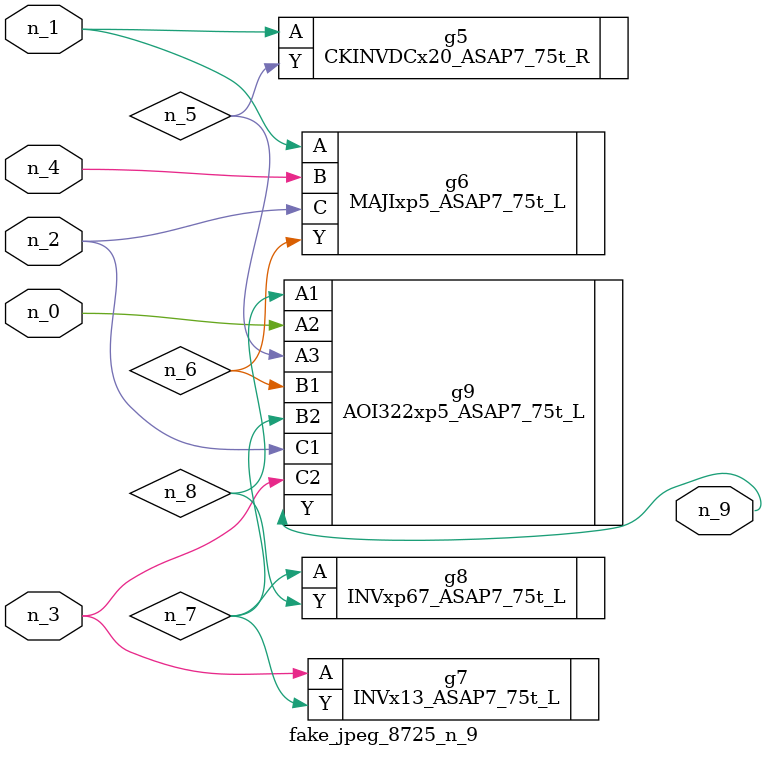
<source format=v>
module fake_jpeg_8725_n_9 (n_3, n_2, n_1, n_0, n_4, n_9);

input n_3;
input n_2;
input n_1;
input n_0;
input n_4;

output n_9;

wire n_8;
wire n_6;
wire n_5;
wire n_7;

CKINVDCx20_ASAP7_75t_R g5 ( 
.A(n_1),
.Y(n_5)
);

MAJIxp5_ASAP7_75t_L g6 ( 
.A(n_1),
.B(n_4),
.C(n_2),
.Y(n_6)
);

INVx13_ASAP7_75t_L g7 ( 
.A(n_3),
.Y(n_7)
);

INVxp67_ASAP7_75t_L g8 ( 
.A(n_7),
.Y(n_8)
);

AOI322xp5_ASAP7_75t_L g9 ( 
.A1(n_8),
.A2(n_0),
.A3(n_5),
.B1(n_6),
.B2(n_7),
.C1(n_2),
.C2(n_3),
.Y(n_9)
);


endmodule
</source>
